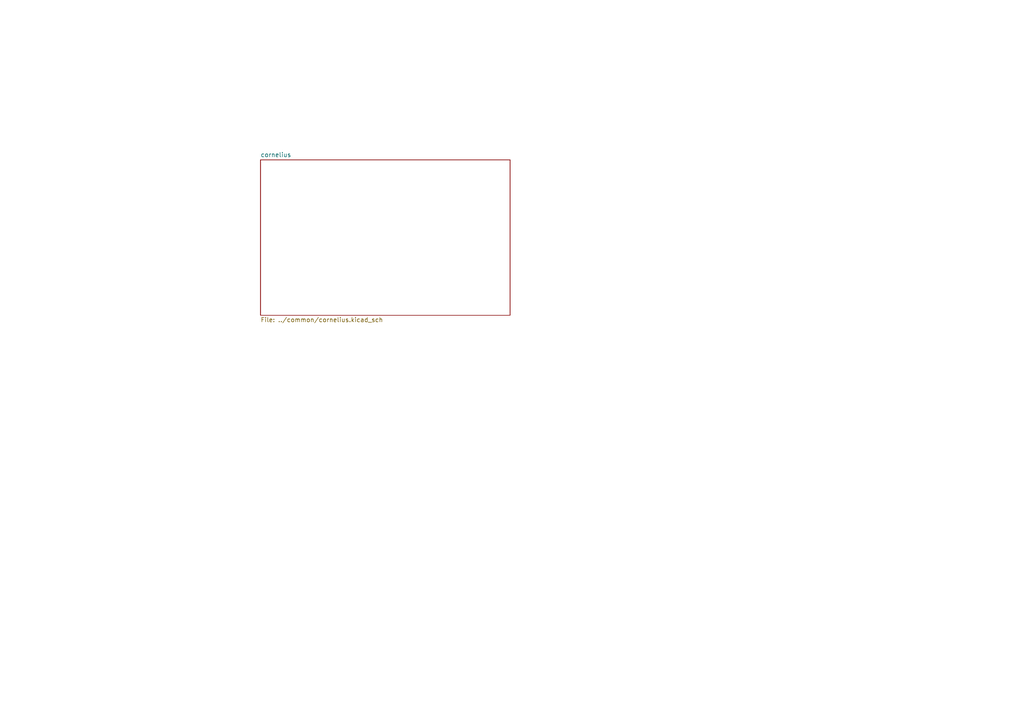
<source format=kicad_sch>
(kicad_sch (version 20230121) (generator eeschema)
  (paper "A4")
  (lib_symbols)
  (sheet (at 75.565 46.355) (size 72.39 45.085) (stroke (width 0.1524))
    (property "Sheetname" "cornelius" (at 75.565 45.6434 0) (effects (justify left bottom)))
    (property "Sheetfile" "../common/cornelius.kicad_sch" (at 75.565 92.0246 0) (effects (justify left top)))
  )
)
</source>
